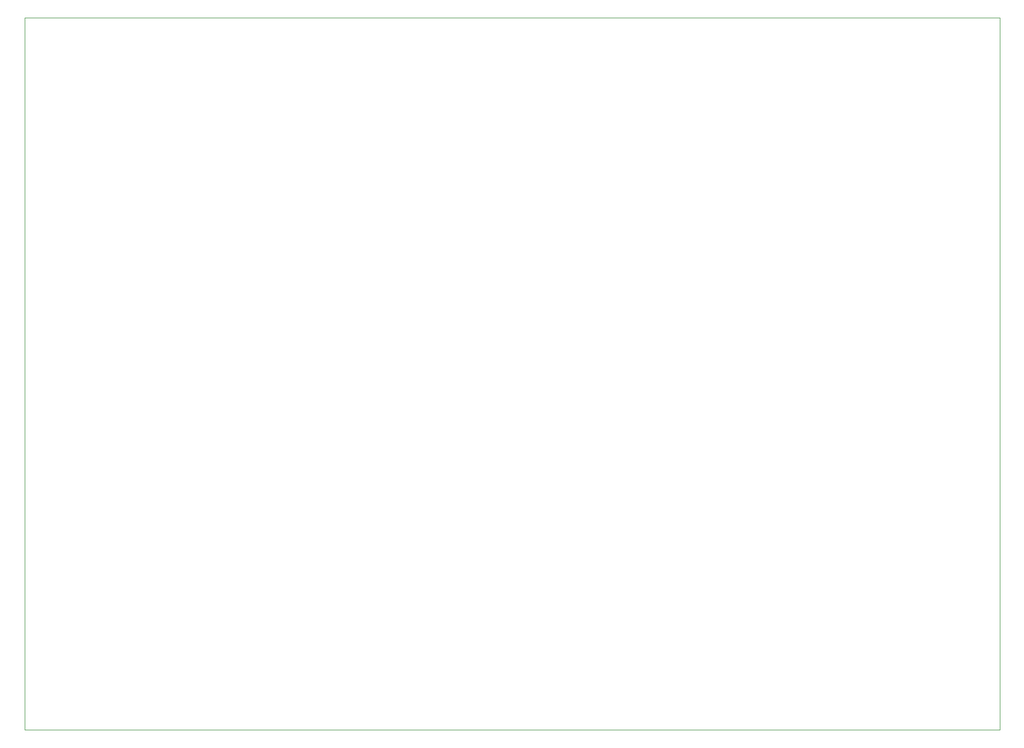
<source format=gbr>
%TF.GenerationSoftware,KiCad,Pcbnew,9.0.0*%
%TF.CreationDate,2025-04-03T13:22:32+05:30*%
%TF.ProjectId,Air Quality Monitor,41697220-5175-4616-9c69-7479204d6f6e,rev?*%
%TF.SameCoordinates,Original*%
%TF.FileFunction,Profile,NP*%
%FSLAX46Y46*%
G04 Gerber Fmt 4.6, Leading zero omitted, Abs format (unit mm)*
G04 Created by KiCad (PCBNEW 9.0.0) date 2025-04-03 13:22:32*
%MOMM*%
%LPD*%
G01*
G04 APERTURE LIST*
%TA.AperFunction,Profile*%
%ADD10C,0.050000*%
%TD*%
G04 APERTURE END LIST*
D10*
X64770000Y-43180000D02*
X218440000Y-43180000D01*
X218440000Y-155575000D01*
X64770000Y-155575000D01*
X64770000Y-43180000D01*
M02*

</source>
